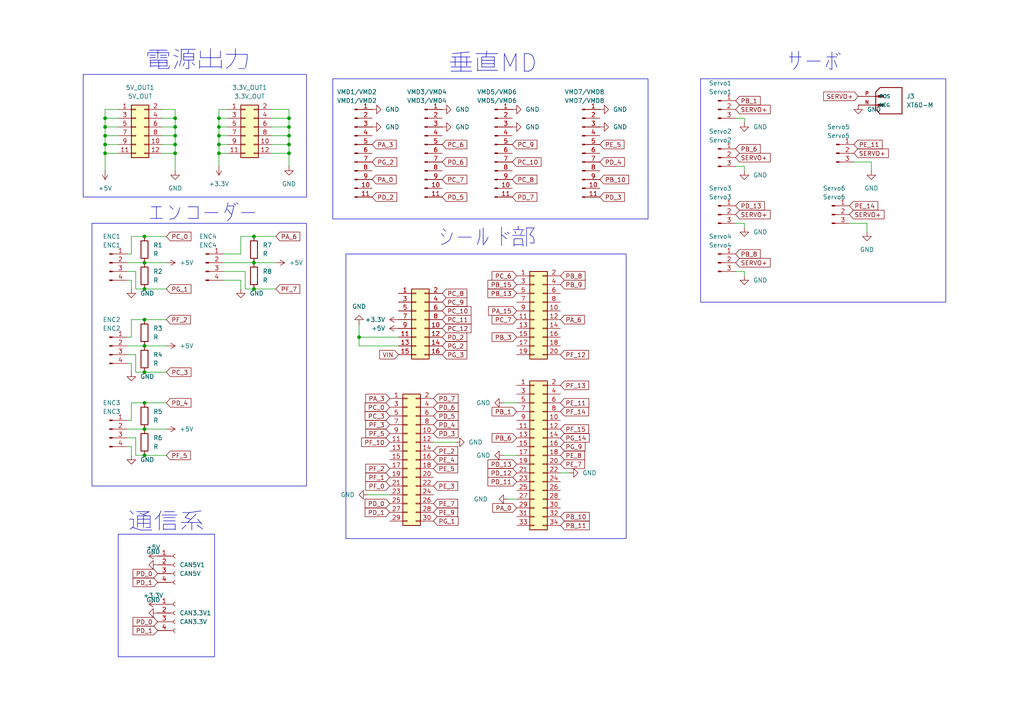
<source format=kicad_sch>
(kicad_sch (version 20250114) (generator "eeschema") (generator_version "9.0")
  (paper "A4")
  (rectangle (start 100.33 73.66) (end 181.61 156.21))
  (rectangle (start 203.2 22.86) (end 274.32 87.63))
  (rectangle (start 26.67 64.77) (end 88.9 140.97))
  (text "サーボ" (at 235.966 18.288 0) (effects (font (size 5.08 5.08))))
  (text "電源出力" (at 57.404 17.78 0) (effects (font (size 5.08 5.08))))
  (text "シールド部\n" (at 141.224 69.342 0) (effects (font (size 5.08 5.08))))
  (text "エンコーダー" (at 58.674 62.23 0) (effects (font (size 5.08 5.08))))
  (text "通信系\n" (at 48.26 151.638 0) (effects (font (size 5.08 5.08))))
  (text "垂直MD" (at 143.002 18.542 0) (effects (font (size 5.08 5.08))))
  (text_box "" (at 24.13 21.59 0) (size 64.77 35.56) (margins 0.9525 0.9525 0.9525 0.9525) (effects (font (size 1.27 1.27)) (justify left top)))
  (text_box "" (at 34.29 154.94 0) (size 27.94 35.56) (margins 0.9525 0.9525 0.9525 0.9525) (effects (font (size 1.27 1.27)) (justify left top)))
  (text_box "" (at 96.52 22.86 0) (size 91.44 40.64) (margins 0.9525 0.9525 0.9525 0.9525) (effects (font (size 1.27 1.27)) (justify left top)))
  (junction (at 63.5 36.83))
  (junction (at 30.48 39.37))
  (junction (at 50.8 41.91))
  (junction (at 30.48 36.83))
  (junction (at 50.8 36.83))
  (junction (at 41.91 100.33))
  (junction (at 41.91 116.84))
  (junction (at 83.82 39.37))
  (junction (at 50.8 44.45))
  (junction (at 63.5 34.29))
  (junction (at 30.48 44.45))
  (junction (at 41.91 124.46))
  (junction (at 63.5 44.45))
  (junction (at 73.66 68.58))
  (junction (at 83.82 36.83))
  (junction (at 30.48 41.91))
  (junction (at 73.66 76.2))
  (junction (at 41.91 83.82))
  (junction (at 83.82 34.29))
  (junction (at 63.5 41.91))
  (junction (at 41.91 107.95))
  (junction (at 104.14 97.79))
  (junction (at 41.91 132.08))
  (junction (at 41.91 76.2))
  (junction (at 63.5 39.37))
  (junction (at 83.82 44.45))
  (junction (at 50.8 34.29))
  (junction (at 73.66 83.82))
  (junction (at 50.8 39.37))
  (junction (at 83.82 41.91))
  (junction (at 30.48 34.29))
  (junction (at 41.91 92.71))
  (junction (at 41.91 68.58))
  (wire (pts (xy 46.99 39.37) (xy 50.8 39.37)))
  (wire (pts (xy 104.14 97.79) (xy 115.57 97.79)))
  (wire (pts (xy 50.8 36.83) (xy 50.8 39.37)))
  (wire (pts (xy 66.04 31.75) (xy 63.5 31.75)))
  (wire (pts (xy 78.74 41.91) (xy 83.82 41.91)))
  (wire (pts (xy 71.12 78.74) (xy 71.12 83.82)))
  (wire (pts (xy 64.77 81.28) (xy 69.85 81.28)))
  (wire (pts (xy 46.99 34.29) (xy 50.8 34.29)))
  (wire (pts (xy 63.5 39.37) (xy 66.04 39.37)))
  (wire (pts (xy 41.91 116.84) (xy 48.26 116.84)))
  (wire (pts (xy 36.83 102.87) (xy 39.37 102.87)))
  (wire (pts (xy 215.9 80.01) (xy 215.9 78.74)))
  (wire (pts (xy 63.5 39.37) (xy 63.5 41.91)))
  (wire (pts (xy 83.82 36.83) (xy 83.82 39.37)))
  (wire (pts (xy 30.48 34.29) (xy 34.29 34.29)))
  (wire (pts (xy 36.83 97.79) (xy 38.1 97.79)))
  (wire (pts (xy 50.8 39.37) (xy 50.8 41.91)))
  (wire (pts (xy 63.5 41.91) (xy 66.04 41.91)))
  (wire (pts (xy 46.99 31.75) (xy 50.8 31.75)))
  (wire (pts (xy 147.32 144.78) (xy 149.86 144.78)))
  (wire (pts (xy 71.12 83.82) (xy 73.66 83.82)))
  (wire (pts (xy 50.8 34.29) (xy 50.8 36.83)))
  (wire (pts (xy 64.77 73.66) (xy 69.85 73.66)))
  (wire (pts (xy 38.1 129.54) (xy 38.1 132.08)))
  (wire (pts (xy 41.91 68.58) (xy 48.26 68.58)))
  (wire (pts (xy 63.5 36.83) (xy 66.04 36.83)))
  (wire (pts (xy 30.48 44.45) (xy 34.29 44.45)))
  (wire (pts (xy 213.36 34.29) (xy 215.9 34.29)))
  (wire (pts (xy 36.83 121.92) (xy 38.1 121.92)))
  (wire (pts (xy 63.5 44.45) (xy 66.04 44.45)))
  (wire (pts (xy 247.65 46.99) (xy 252.73 46.99)))
  (wire (pts (xy 36.83 78.74) (xy 39.37 78.74)))
  (wire (pts (xy 36.83 124.46) (xy 41.91 124.46)))
  (wire (pts (xy 63.5 34.29) (xy 63.5 36.83)))
  (wire (pts (xy 34.29 31.75) (xy 30.48 31.75)))
  (wire (pts (xy 83.82 41.91) (xy 83.82 44.45)))
  (wire (pts (xy 30.48 34.29) (xy 30.48 36.83)))
  (wire (pts (xy 78.74 44.45) (xy 83.82 44.45)))
  (wire (pts (xy 30.48 39.37) (xy 34.29 39.37)))
  (wire (pts (xy 38.1 116.84) (xy 41.91 116.84)))
  (wire (pts (xy 39.37 83.82) (xy 41.91 83.82)))
  (wire (pts (xy 38.1 73.66) (xy 38.1 68.58)))
  (wire (pts (xy 132.08 128.27) (xy 125.73 128.27)))
  (wire (pts (xy 41.91 100.33) (xy 48.26 100.33)))
  (wire (pts (xy 83.82 39.37) (xy 83.82 41.91)))
  (wire (pts (xy 63.5 31.75) (xy 63.5 34.29)))
  (wire (pts (xy 115.57 100.33) (xy 104.14 100.33)))
  (wire (pts (xy 36.83 100.33) (xy 41.91 100.33)))
  (wire (pts (xy 46.99 44.45) (xy 50.8 44.45)))
  (wire (pts (xy 64.77 76.2) (xy 73.66 76.2)))
  (wire (pts (xy 215.9 49.53) (xy 215.9 48.26)))
  (wire (pts (xy 30.48 44.45) (xy 30.48 49.53)))
  (wire (pts (xy 36.83 81.28) (xy 38.1 81.28)))
  (wire (pts (xy 36.83 73.66) (xy 38.1 73.66)))
  (wire (pts (xy 38.1 92.71) (xy 41.91 92.71)))
  (wire (pts (xy 39.37 78.74) (xy 39.37 83.82)))
  (wire (pts (xy 39.37 102.87) (xy 39.37 107.95)))
  (wire (pts (xy 78.74 31.75) (xy 83.82 31.75)))
  (wire (pts (xy 73.66 68.58) (xy 80.01 68.58)))
  (wire (pts (xy 38.1 68.58) (xy 41.91 68.58)))
  (wire (pts (xy 215.9 78.74) (xy 213.36 78.74)))
  (wire (pts (xy 41.91 107.95) (xy 48.26 107.95)))
  (wire (pts (xy 63.5 44.45) (xy 63.5 48.26)))
  (wire (pts (xy 30.48 31.75) (xy 30.48 34.29)))
  (wire (pts (xy 63.5 36.83) (xy 63.5 39.37)))
  (wire (pts (xy 30.48 36.83) (xy 34.29 36.83)))
  (wire (pts (xy 30.48 39.37) (xy 30.48 41.91)))
  (wire (pts (xy 78.74 36.83) (xy 83.82 36.83)))
  (wire (pts (xy 215.9 64.77) (xy 215.9 66.04)))
  (wire (pts (xy 41.91 124.46) (xy 48.26 124.46)))
  (wire (pts (xy 251.46 64.77) (xy 251.46 67.31)))
  (wire (pts (xy 41.91 92.71) (xy 48.26 92.71)))
  (wire (pts (xy 36.83 105.41) (xy 38.1 105.41)))
  (wire (pts (xy 39.37 127) (xy 39.37 132.08)))
  (wire (pts (xy 73.66 83.82) (xy 80.01 83.82)))
  (wire (pts (xy 69.85 68.58) (xy 73.66 68.58)))
  (wire (pts (xy 106.68 143.51) (xy 113.03 143.51)))
  (wire (pts (xy 246.38 64.77) (xy 251.46 64.77)))
  (wire (pts (xy 50.8 44.45) (xy 50.8 49.53)))
  (wire (pts (xy 252.73 46.99) (xy 252.73 49.53)))
  (wire (pts (xy 38.1 97.79) (xy 38.1 92.71)))
  (wire (pts (xy 38.1 105.41) (xy 38.1 107.95)))
  (wire (pts (xy 165.1 137.16) (xy 162.56 137.16)))
  (wire (pts (xy 83.82 34.29) (xy 83.82 36.83)))
  (wire (pts (xy 69.85 81.28) (xy 69.85 83.82)))
  (wire (pts (xy 146.05 132.08) (xy 149.86 132.08)))
  (wire (pts (xy 83.82 31.75) (xy 83.82 34.29)))
  (wire (pts (xy 104.14 97.79) (xy 104.14 100.33)))
  (wire (pts (xy 50.8 41.91) (xy 50.8 44.45)))
  (wire (pts (xy 215.9 48.26) (xy 213.36 48.26)))
  (wire (pts (xy 63.5 41.91) (xy 63.5 44.45)))
  (wire (pts (xy 73.66 76.2) (xy 80.01 76.2)))
  (wire (pts (xy 41.91 83.82) (xy 48.26 83.82)))
  (wire (pts (xy 36.83 129.54) (xy 38.1 129.54)))
  (wire (pts (xy 83.82 44.45) (xy 83.82 48.26)))
  (wire (pts (xy 50.8 31.75) (xy 50.8 34.29)))
  (wire (pts (xy 63.5 34.29) (xy 66.04 34.29)))
  (wire (pts (xy 41.91 76.2) (xy 48.26 76.2)))
  (wire (pts (xy 30.48 41.91) (xy 30.48 44.45)))
  (wire (pts (xy 39.37 107.95) (xy 41.91 107.95)))
  (wire (pts (xy 38.1 121.92) (xy 38.1 116.84)))
  (wire (pts (xy 78.74 39.37) (xy 83.82 39.37)))
  (wire (pts (xy 104.14 93.98) (xy 104.14 97.79)))
  (wire (pts (xy 36.83 76.2) (xy 41.91 76.2)))
  (wire (pts (xy 46.99 41.91) (xy 50.8 41.91)))
  (wire (pts (xy 146.05 116.84) (xy 149.86 116.84)))
  (wire (pts (xy 69.85 73.66) (xy 69.85 68.58)))
  (wire (pts (xy 30.48 36.83) (xy 30.48 39.37)))
  (wire (pts (xy 36.83 127) (xy 39.37 127)))
  (wire (pts (xy 38.1 81.28) (xy 38.1 83.82)))
  (wire (pts (xy 30.48 41.91) (xy 34.29 41.91)))
  (wire (pts (xy 78.74 34.29) (xy 83.82 34.29)))
  (wire (pts (xy 46.99 36.83) (xy 50.8 36.83)))
  (wire (pts (xy 215.9 34.29) (xy 215.9 35.56)))
  (wire (pts (xy 41.91 132.08) (xy 48.26 132.08)))
  (wire (pts (xy 39.37 132.08) (xy 41.91 132.08)))
  (wire (pts (xy 213.36 64.77) (xy 215.9 64.77)))
  (wire (pts (xy 64.77 78.74) (xy 71.12 78.74)))
  (global_label "PD_2" (shape input) (at 128.27 97.79 0) (property "Intersheetrefs" "${INTERSHEET_REFS}" (effects (hide yes))))
  (global_label "PF_5" (shape input) (at 113.03 125.73 180) (property "Intersheetrefs" "${INTERSHEET_REFS}" (effects (hide yes))))
  (global_label "PG_1" (shape input) (at 125.73 151.13 0) (property "Intersheetrefs" "${INTERSHEET_REFS}" (effects (hide yes))))
  (global_label "PF_13" (shape input) (at 162.56 111.76 0) (property "Intersheetrefs" "${INTERSHEET_REFS}" (effects (hide yes))))
  (global_label "PF_0" (shape input) (at 113.03 140.97 180) (property "Intersheetrefs" "${INTERSHEET_REFS}" (effects (hide yes))))
  (global_label "PB_1" (shape input) (at 213.36 29.21 0) (property "Intersheetrefs" "${INTERSHEET_REFS}" (effects (hide yes))))
  (global_label "PC_10" (shape input) (at 128.27 90.17 0) (property "Intersheetrefs" "${INTERSHEET_REFS}" (effects (hide yes))))
  (global_label "PC_9" (shape input) (at 128.27 87.63 0) (property "Intersheetrefs" "${INTERSHEET_REFS}" (effects (hide yes))))
  (global_label "PB_9" (shape input) (at 162.56 82.55 0) (property "Intersheetrefs" "${INTERSHEET_REFS}" (effects (hide yes))))
  (global_label "PE_2" (shape input) (at 125.73 130.81 0) (property "Intersheetrefs" "${INTERSHEET_REFS}" (effects (hide yes))))
  (global_label "PC_3" (shape input) (at 48.26 107.95 0) (property "Intersheetrefs" "${INTERSHEET_REFS}" (effects (hide yes))))
  (global_label "PD_0" (shape input) (at 113.03 146.05 180) (property "Intersheetrefs" "${INTERSHEET_REFS}" (effects (hide yes))))
  (global_label "PC_8" (shape input) (at 148.59 52.07 0) (property "Intersheetrefs" "${INTERSHEET_REFS}" (effects (hide yes))))
  (global_label "PD_7" (shape input) (at 125.73 115.57 0) (property "Intersheetrefs" "${INTERSHEET_REFS}" (effects (hide yes))))
  (global_label "PG_2" (shape input) (at 107.95 46.99 0) (property "Intersheetrefs" "${INTERSHEET_REFS}" (effects (hide yes))))
  (global_label "PE_8" (shape input) (at 162.56 132.08 0) (property "Intersheetrefs" "${INTERSHEET_REFS}" (effects (hide yes))))
  (global_label "PB_3" (shape input) (at 149.86 97.79 180) (property "Intersheetrefs" "${INTERSHEET_REFS}" (effects (hide yes))))
  (global_label "PG_9" (shape input) (at 162.56 129.54 0) (property "Intersheetrefs" "${INTERSHEET_REFS}" (effects (hide yes))))
  (global_label "PC_9" (shape input) (at 148.59 41.91 0) (property "Intersheetrefs" "${INTERSHEET_REFS}" (effects (hide yes))))
  (global_label "PA_6" (shape input) (at 162.56 92.71 0) (property "Intersheetrefs" "${INTERSHEET_REFS}" (effects (hide yes))))
  (global_label "PF_12" (shape input) (at 162.56 102.87 0) (property "Intersheetrefs" "${INTERSHEET_REFS}" (effects (hide yes))))
  (global_label "PG_14" (shape input) (at 162.56 127 0) (property "Intersheetrefs" "${INTERSHEET_REFS}" (effects (hide yes))))
  (global_label "PF_3" (shape input) (at 113.03 123.19 180) (property "Intersheetrefs" "${INTERSHEET_REFS}" (effects (hide yes))))
  (global_label "PF_15" (shape input) (at 162.56 124.46 0) (property "Intersheetrefs" "${INTERSHEET_REFS}" (effects (hide yes))))
  (global_label "PB_10" (shape input) (at 162.56 149.86 0) (property "Intersheetrefs" "${INTERSHEET_REFS}" (effects (hide yes))))
  (global_label "PC_7" (shape input) (at 149.86 92.71 180) (property "Intersheetrefs" "${INTERSHEET_REFS}" (effects (hide yes))))
  (global_label "PD_1" (shape input) (at 113.03 148.59 180) (property "Intersheetrefs" "${INTERSHEET_REFS}" (effects (hide yes))))
  (global_label "PB_8" (shape input) (at 213.36 73.66 0) (property "Intersheetrefs" "${INTERSHEET_REFS}" (effects (hide yes))))
  (global_label "PC_10" (shape input) (at 148.59 46.99 0) (property "Intersheetrefs" "${INTERSHEET_REFS}" (effects (hide yes))))
  (global_label "SERVO+" (shape input) (at 247.65 44.45 0) (property "Intersheetrefs" "${INTERSHEET_REFS}" (effects (hide yes))))
  (global_label "PD_3" (shape input) (at 125.73 125.73 0) (property "Intersheetrefs" "${INTERSHEET_REFS}" (effects (hide yes))))
  (global_label "PF_2" (shape input) (at 113.03 135.89 180) (property "Intersheetrefs" "${INTERSHEET_REFS}" (effects (hide yes))))
  (global_label "PD_5" (shape input) (at 128.27 57.15 0) (property "Intersheetrefs" "${INTERSHEET_REFS}" (effects (hide yes))))
  (global_label "PC_0" (shape input) (at 48.26 68.58 0) (property "Intersheetrefs" "${INTERSHEET_REFS}" (effects (hide yes))))
  (global_label "PD_13" (shape input) (at 213.36 59.69 0) (property "Intersheetrefs" "${INTERSHEET_REFS}" (effects (hide yes))))
  (global_label "PD_5" (shape input) (at 125.73 120.65 0) (property "Intersheetrefs" "${INTERSHEET_REFS}" (effects (hide yes))))
  (global_label "PA_3" (shape input) (at 113.03 115.57 180) (property "Intersheetrefs" "${INTERSHEET_REFS}" (effects (hide yes))))
  (global_label "PC_3" (shape input) (at 113.03 120.65 180) (property "Intersheetrefs" "${INTERSHEET_REFS}" (effects (hide yes))))
  (global_label "PD_4" (shape input) (at 48.26 116.84 0) (property "Intersheetrefs" "${INTERSHEET_REFS}" (effects (hide yes))))
  (global_label "PF_1" (shape input) (at 113.03 138.43 180) (property "Intersheetrefs" "${INTERSHEET_REFS}" (effects (hide yes))))
  (global_label "PD_0" (shape input) (at 45.72 166.37 180) (property "Intersheetrefs" "${INTERSHEET_REFS}" (effects (hide yes))))
  (global_label "SERVO+" (shape input) (at 213.36 31.75 0) (property "Intersheetrefs" "${INTERSHEET_REFS}" (effects (hide yes))))
  (global_label "PA_15" (shape input) (at 149.86 90.17 180) (property "Intersheetrefs" "${INTERSHEET_REFS}" (effects (hide yes))))
  (global_label "PG_1" (shape input) (at 48.26 83.82 0) (property "Intersheetrefs" "${INTERSHEET_REFS}" (effects (hide yes))))
  (global_label "PB_13" (shape input) (at 149.86 85.09 180) (property "Intersheetrefs" "${INTERSHEET_REFS}" (effects (hide yes))))
  (global_label "PB_11" (shape input) (at 162.56 152.4 0) (property "Intersheetrefs" "${INTERSHEET_REFS}" (effects (hide yes))))
  (global_label "PF_10" (shape input) (at 113.03 128.27 180) (property "Intersheetrefs" "${INTERSHEET_REFS}" (effects (hide yes))))
  (global_label "PB_6" (shape input) (at 213.36 43.18 0) (property "Intersheetrefs" "${INTERSHEET_REFS}" (effects (hide yes))))
  (global_label "PA_0" (shape input) (at 107.95 52.07 0) (property "Intersheetrefs" "${INTERSHEET_REFS}" (effects (hide yes))))
  (global_label "PD_13" (shape input) (at 149.86 134.62 180) (property "Intersheetrefs" "${INTERSHEET_REFS}" (effects (hide yes))))
  (global_label "PE_5" (shape input) (at 125.73 135.89 0) (property "Intersheetrefs" "${INTERSHEET_REFS}" (effects (hide yes))))
  (global_label "PG_2" (shape input) (at 128.27 100.33 0) (property "Intersheetrefs" "${INTERSHEET_REFS}" (effects (hide yes))))
  (global_label "PC_6" (shape input) (at 128.27 41.91 0) (property "Intersheetrefs" "${INTERSHEET_REFS}" (effects (hide yes))))
  (global_label "PD_12" (shape input) (at 149.86 137.16 180) (property "Intersheetrefs" "${INTERSHEET_REFS}" (effects (hide yes))))
  (global_label "PC_8" (shape input) (at 128.27 85.09 0) (property "Intersheetrefs" "${INTERSHEET_REFS}" (effects (hide yes))))
  (global_label "PD_6" (shape input) (at 125.73 118.11 0) (property "Intersheetrefs" "${INTERSHEET_REFS}" (effects (hide yes))))
  (global_label "PE_9" (shape input) (at 125.73 148.59 0) (property "Intersheetrefs" "${INTERSHEET_REFS}" (effects (hide yes))))
  (global_label "PC_6" (shape input) (at 149.86 80.01 180) (property "Intersheetrefs" "${INTERSHEET_REFS}" (effects (hide yes))))
  (global_label "PC_0" (shape input) (at 113.03 118.11 180) (property "Intersheetrefs" "${INTERSHEET_REFS}" (effects (hide yes))))
  (global_label "PE_11" (shape input) (at 162.56 116.84 0) (property "Intersheetrefs" "${INTERSHEET_REFS}" (effects (hide yes))))
  (global_label "PD_11" (shape input) (at 149.86 139.7 180) (property "Intersheetrefs" "${INTERSHEET_REFS}" (effects (hide yes))))
  (global_label "PC_11" (shape input) (at 128.27 92.71 0) (property "Intersheetrefs" "${INTERSHEET_REFS}" (effects (hide yes))))
  (global_label "PB_8" (shape input) (at 162.56 80.01 0) (property "Intersheetrefs" "${INTERSHEET_REFS}" (effects (hide yes))))
  (global_label "PF_7" (shape input) (at 80.01 83.82 0) (property "Intersheetrefs" "${INTERSHEET_REFS}" (effects (hide yes))))
  (global_label "PD_7" (shape input) (at 148.59 57.15 0) (property "Intersheetrefs" "${INTERSHEET_REFS}" (effects (hide yes))))
  (global_label "PB_1" (shape input) (at 149.86 119.38 180) (property "Intersheetrefs" "${INTERSHEET_REFS}" (effects (hide yes))))
  (global_label "SERVO+" (shape input) (at 213.36 62.23 0) (property "Intersheetrefs" "${INTERSHEET_REFS}" (effects (hide yes))))
  (global_label "PD_0" (shape input) (at 45.72 180.34 180) (property "Intersheetrefs" "${INTERSHEET_REFS}" (effects (hide yes))))
  (global_label "PD_2" (shape input) (at 107.95 57.15 0) (property "Intersheetrefs" "${INTERSHEET_REFS}" (effects (hide yes))))
  (global_label "SERVO+" (shape input) (at 213.36 76.2 0) (property "Intersheetrefs" "${INTERSHEET_REFS}" (effects (hide yes))))
  (global_label "PE_5" (shape input) (at 173.99 41.91 0) (property "Intersheetrefs" "${INTERSHEET_REFS}" (effects (hide yes))))
  (global_label "SERVO+" (shape input) (at 213.36 45.72 0) (property "Intersheetrefs" "${INTERSHEET_REFS}" (effects (hide yes))))
  (global_label "PC_7" (shape input) (at 128.27 52.07 0) (property "Intersheetrefs" "${INTERSHEET_REFS}" (effects (hide yes))))
  (global_label "VIN" (shape input) (at 115.57 102.87 180) (property "Intersheetrefs" "${INTERSHEET_REFS}" (effects (hide yes))))
  (global_label "PB_10" (shape input) (at 173.99 52.07 0) (property "Intersheetrefs" "${INTERSHEET_REFS}" (effects (hide yes))))
  (global_label "PD_6" (shape input) (at 128.27 46.99 0) (property "Intersheetrefs" "${INTERSHEET_REFS}" (effects (hide yes))))
  (global_label "PD_1" (shape input) (at 45.72 168.91 180) (property "Intersheetrefs" "${INTERSHEET_REFS}" (effects (hide yes))))
  (global_label "PE_7" (shape input) (at 125.73 146.05 0) (property "Intersheetrefs" "${INTERSHEET_REFS}" (effects (hide yes))))
  (global_label "PA_3" (shape input) (at 107.95 41.91 0) (property "Intersheetrefs" "${INTERSHEET_REFS}" (effects (hide yes))))
  (global_label "PB_6" (shape input) (at 149.86 127 180) (property "Intersheetrefs" "${INTERSHEET_REFS}" (effects (hide yes))))
  (global_label "PE_7" (shape input) (at 162.56 134.62 0) (property "Intersheetrefs" "${INTERSHEET_REFS}" (effects (hide yes))))
  (global_label "PC_12" (shape input) (at 128.27 95.25 0) (property "Intersheetrefs" "${INTERSHEET_REFS}" (effects (hide yes))))
  (global_label "PE_4" (shape input) (at 125.73 133.35 0) (property "Intersheetrefs" "${INTERSHEET_REFS}" (effects (hide yes))))
  (global_label "PF_2" (shape input) (at 48.26 92.71 0) (property "Intersheetrefs" "${INTERSHEET_REFS}" (effects (hide yes))))
  (global_label "SERVO+" (shape input) (at 246.38 62.23 0) (property "Intersheetrefs" "${INTERSHEET_REFS}" (effects (hide yes))))
  (global_label "PD_3" (shape input) (at 173.99 57.15 0) (property "Intersheetrefs" "${INTERSHEET_REFS}" (effects (hide yes))))
  (global_label "PF_5" (shape input) (at 48.26 132.08 0) (property "Intersheetrefs" "${INTERSHEET_REFS}" (effects (hide yes))))
  (global_label "PE_14" (shape input) (at 246.38 59.69 0) (property "Intersheetrefs" "${INTERSHEET_REFS}" (effects (hide yes))))
  (global_label "PG_3" (shape input) (at 128.27 102.87 0) (property "Intersheetrefs" "${INTERSHEET_REFS}" (effects (hide yes))))
  (global_label "PD_4" (shape input) (at 125.73 123.19 0) (property "Intersheetrefs" "${INTERSHEET_REFS}" (effects (hide yes))))
  (global_label "SERVO+" (shape input) (at 248.92 27.94 180) (property "Intersheetrefs" "${INTERSHEET_REFS}" (effects (hide yes))))
  (global_label "PE_11" (shape input) (at 247.65 41.91 0) (property "Intersheetrefs" "${INTERSHEET_REFS}" (effects (hide yes))))
  (global_label "PB_15" (shape input) (at 149.86 82.55 180) (property "Intersheetrefs" "${INTERSHEET_REFS}" (effects (hide yes))))
  (global_label "PD_1" (shape input) (at 45.72 182.88 180) (property "Intersheetrefs" "${INTERSHEET_REFS}" (effects (hide yes))))
  (global_label "PE_3" (shape input) (at 125.73 140.97 0) (property "Intersheetrefs" "${INTERSHEET_REFS}" (effects (hide yes))))
  (global_label "PA_0" (shape input) (at 149.86 147.32 180) (property "Intersheetrefs" "${INTERSHEET_REFS}" (effects (hide yes))))
  (global_label "PD_4" (shape input) (at 173.99 46.99 0) (property "Intersheetrefs" "${INTERSHEET_REFS}" (effects (hide yes))))
  (global_label "PA_6" (shape input) (at 80.01 68.58 0) (property "Intersheetrefs" "${INTERSHEET_REFS}" (effects (hide yes))))
  (global_label "PF_14" (shape input) (at 162.56 119.38 0) (property "Intersheetrefs" "${INTERSHEET_REFS}" (effects (hide yes))))
  (symbol (lib_id "Connector:Conn_01x11_Pin") (at 143.51 44.45 0) (unit 1)
    (property "Reference" "VMD5/VMD6" (at 144.145 26.67 0))
    (property "Value" "VMD5/VMD6" (at 144.145 29.21 0))
    (property "Footprint" "Connector_PinHeader_2.54mm:PinHeader_1x11_P2.54mm_Vertical" (effects (hide yes)))
    (property "Description" "Generic connector, single row, 01x11, script generated" (effects (hide yes)))
  )
  (symbol (lib_name "GND_4") (lib_id "power:GND") (at 147.32 144.78 270) (unit 1)
    (property "Reference" "#PWR08" (effects (hide yes)))
    (property "Value" "GND" (at 141.478 144.78 90) (effects (justify right)))
    (property "Description" "Power symbol creates a global label with name \"GND\" , ground" (effects (hide yes)))
  )
  (symbol (lib_id "Connector_Generic:Conn_02x17_Odd_Even") (at 154.94 132.08 0) (unit 1)
    (property "Reference" "J7" (effects (hide yes)))
    (property "Value" "Conn_02x17_Odd_Even" (effects (hide yes)))
    (property "Footprint" "Connector_PinHeader_2.54mm:PinHeader_2x17_P2.54mm_Vertical" (effects (hide yes)))
    (property "Description" "Generic connector, double row, 02x17, odd/even pin numbering scheme (row 1 odd numbers, row 2 even numbers), script generated (kicad-library-utils/schlib/autogen/connector/)" (effects (hide yes)))
  )
  (symbol (lib_name "GND_2") (lib_id "power:GND") (at 148.59 36.83 90) (unit 1)
    (property "Reference" "#PWR067" (effects (hide yes)))
    (property "Value" "GND" (at 152.4 36.8299 90) (effects (justify right)))
    (property "Description" "Power symbol creates a global label with name \"GND\" , ground" (effects (hide yes)))
  )
  (symbol (lib_id "power:+3.3V") (at 115.57 92.71 90) (unit 1)
    (property "Reference" "#PWR01" (effects (hide yes)))
    (property "Value" "+3.3V" (at 111.76 92.7099 90) (effects (justify left)))
    (property "Description" "Power symbol creates a global label with name \"+3.3V\"" (effects (hide yes)))
  )
  (symbol (lib_name "+5V_1") (lib_id "power:+5V") (at 115.57 95.25 90) (unit 1)
    (property "Reference" "#PWR02" (effects (hide yes)))
    (property "Value" "+5V" (at 111.76 95.2499 90) (effects (justify left)))
    (property "Description" "Power symbol creates a global label with name \"+5V\"" (effects (hide yes)))
  )
  (symbol (lib_name "GND_1") (lib_id "power:GND") (at 45.72 177.8 270) (unit 1)
    (property "Reference" "#PWR058" (effects (hide yes)))
    (property "Value" "GND" (at 44.45 173.99 90))
    (property "Description" "Power symbol creates a global label with name \"GND\" , ground" (effects (hide yes)))
  )
  (symbol (lib_name "GND_10") (lib_id "power:GND") (at 251.46 67.31 0) (unit 1)
    (property "Reference" "#PWR016" (effects (hide yes)))
    (property "Value" "GND" (at 251.46 72.39 0))
    (property "Description" "Power symbol creates a global label with name \"GND\" , ground" (effects (hide yes)))
  )
  (symbol (lib_id "power:+5V") (at 48.26 76.2 270) (unit 1)
    (property "Reference" "#PWR023" (effects (hide yes)))
    (property "Value" "+5V" (at 52.07 76.1999 90) (effects (justify left)))
  )
  (symbol (lib_id "Connector_Generic:Conn_02x08_Odd_Even") (at 120.65 92.71 0) (unit 1)
    (property "Reference" "J4" (effects (hide yes)))
    (property "Value" "Conn_02x08_Odd_Even" (effects (hide yes)))
    (property "Footprint" "Connector_PinHeader_2.54mm:PinHeader_2x08_P2.54mm_Vertical" (effects (hide yes)))
    (property "Description" "Generic connector, double row, 02x08, odd/even pin numbering scheme (row 1 odd numbers, row 2 even numbers), script generated (kicad-library-utils/schlib/autogen/connector/)" (effects (hide yes)))
  )
  (symbol (lib_id "XT60-M:XT60-M") (at 254 30.48 0) (unit 1)
    (property "Reference" "J3" (at 262.89 27.9399 0) (effects (justify left)))
    (property "Value" "XT60-M" (at 262.89 30.4799 0) (effects (justify left)))
    (property "Footprint" "Connector_AMASS:AMASS_XT60-M_1x02_P7.20mm_Vertical" (effects (hide yes)))
    (property "MF" "AMASS" (effects (hide yes)))
    (property "MAXIMUM_PACKAGE_HEIGHT" "16.00 mm" (effects (hide yes)))
    (property "Package" "Package" (effects (hide yes)))
    (property "Price" "None" (effects (hide yes)))
    (property "Check_prices" "https://www.snapeda.com/parts/XT60-M/AMASS/view-part/?ref=eda" (effects (hide yes)))
    (property "STANDARD" "IPC 7351B" (effects (hide yes)))
    (property "PARTREV" "V1.2" (effects (hide yes)))
    (property "SnapEDA_Link" "https://www.snapeda.com/parts/XT60-M/AMASS/view-part/?ref=snap" (effects (hide yes)))
    (property "MP" "XT60-M" (effects (hide yes)))
    (property "Description_1" "\n                        \n                            Plug; DC supply; XT60; male; PIN: 2; for cable; soldered; 30A; 500V\n                        \n" (effects (hide yes)))
    (property "Availability" "Not in stock" (effects (hide yes)))
    (property "MANUFACTURER" "AMASS" (effects (hide yes)))
  )
  (symbol (lib_id "power:+3.3V") (at 45.72 175.26 90) (unit 1)
    (property "Reference" "#PWR038" (effects (hide yes)))
    (property "Value" "+3.3V" (at 44.45 172.72 90))
    (property "Description" "Power symbol creates a global label with name \"+3.3V\"" (effects (hide yes)))
  )
  (symbol (lib_name "GND_2") (lib_id "power:GND") (at 173.99 36.83 90) (unit 1)
    (property "Reference" "#PWR018" (effects (hide yes)))
    (property "Value" "GND" (at 177.8 36.8299 90) (effects (justify right)))
    (property "Description" "Power symbol creates a global label with name \"GND\" , ground" (effects (hide yes)))
  )
  (symbol (lib_id "Connector:Conn_01x03_Pin") (at 208.28 45.72 0) (unit 1)
    (property "Reference" "Servo2" (at 208.915 38.1 0))
    (property "Value" "Servo2" (at 208.915 40.64 0))
    (property "Footprint" "Connector_PinHeader_2.54mm:PinHeader_1x03_P2.54mm_Vertical" (effects (hide yes)))
  )
  (symbol (lib_id "Connector:Conn_01x04_Pin") (at 59.69 76.2 0) (unit 1)
    (property "Reference" "ENC4" (at 60.325 68.58 0))
    (property "Value" "ENC4" (at 60.325 71.12 0))
    (property "Footprint" "Connector_PinHeader_2.54mm:PinHeader_1x04_P2.54mm_Vertical" (effects (hide yes)))
  )
  (symbol (lib_id "Connector:Conn_01x11_Pin") (at 123.19 44.45 0) (unit 1)
    (property "Reference" "VMD3/VMD4" (at 123.825 26.67 0))
    (property "Value" "VMD3/VMD4" (at 123.825 29.21 0))
    (property "Footprint" "Connector_PinHeader_2.54mm:PinHeader_1x11_P2.54mm_Vertical" (effects (hide yes)))
    (property "Description" "Generic connector, single row, 01x11, script generated" (effects (hide yes)))
  )
  (symbol (lib_name "GND_8") (lib_id "power:GND") (at 132.08 128.27 90) (unit 1)
    (property "Reference" "#PWR012" (effects (hide yes)))
    (property "Value" "GND" (at 135.89 128.2699 90) (effects (justify right)))
    (property "Description" "Power symbol creates a global label with name \"GND\" , ground" (effects (hide yes)))
  )
  (symbol (lib_id "power:GND") (at 215.9 35.56 0) (unit 1)
    (property "Reference" "#PWR035" (effects (hide yes)))
    (property "Value" "GND" (at 218.44 36.8299 0) (effects (justify left)))
  )
  (symbol (lib_id "Device:R") (at 41.91 80.01 0) (unit 1)
    (property "Reference" "R2" (at 44.45 78.7399 0) (effects (justify left)))
    (property "Value" "R" (at 44.45 81.2799 0) (effects (justify left)))
    (property "Footprint" "Resistor_THT:R_Axial_DIN0207_L6.3mm_D2.5mm_P10.16mm_Horizontal" (effects (hide yes)))
  )
  (symbol (lib_id "power:GND") (at 69.85 83.82 0) (unit 1)
    (property "Reference" "#PWR029" (effects (hide yes)))
    (property "Value" "GND" (at 72.39 85.0899 0) (effects (justify left)))
  )
  (symbol (lib_id "Device:R") (at 41.91 72.39 0) (unit 1)
    (property "Reference" "R1" (at 44.45 71.1199 0) (effects (justify left)))
    (property "Value" "R" (at 44.45 73.6599 0) (effects (justify left)))
    (property "Footprint" "Resistor_THT:R_Axial_DIN0207_L6.3mm_D2.5mm_P10.16mm_Horizontal" (effects (hide yes)))
  )
  (symbol (lib_id "power:GND") (at 38.1 83.82 0) (unit 1)
    (property "Reference" "#PWR024" (effects (hide yes)))
    (property "Value" "GND" (at 40.64 85.0899 0) (effects (justify left)))
  )
  (symbol (lib_id "Device:R") (at 41.91 96.52 0) (unit 1)
    (property "Reference" "R3" (at 44.45 95.2499 0) (effects (justify left)))
    (property "Value" "R" (at 44.45 97.7899 0) (effects (justify left)))
    (property "Footprint" "Resistor_THT:R_Axial_DIN0207_L6.3mm_D2.5mm_P10.16mm_Horizontal" (effects (hide yes)))
  )
  (symbol (lib_id "Device:R") (at 41.91 120.65 0) (unit 1)
    (property "Reference" "R5" (at 44.45 119.3799 0) (effects (justify left)))
    (property "Value" "R" (at 44.45 121.9199 0) (effects (justify left)))
    (property "Footprint" "Resistor_THT:R_Axial_DIN0207_L6.3mm_D2.5mm_P10.16mm_Horizontal" (effects (hide yes)))
  )
  (symbol (lib_name "GND_2") (lib_id "power:GND") (at 173.99 31.75 90) (unit 1)
    (property "Reference" "#PWR017" (effects (hide yes)))
    (property "Value" "GND" (at 177.8 31.7499 90) (effects (justify right)))
    (property "Description" "Power symbol creates a global label with name \"GND\" , ground" (effects (hide yes)))
  )
  (symbol (lib_id "Connector:Conn_01x03_Pin") (at 241.3 62.23 0) (unit 1)
    (property "Reference" "Servo6" (at 241.935 54.61 0))
    (property "Value" "Servo6" (at 241.935 57.15 0))
    (property "Footprint" "Connector_PinHeader_2.54mm:PinHeader_1x03_P2.54mm_Vertical" (effects (hide yes)))
    (property "Description" "Generic connector, single row, 01x03, script generated" (effects (hide yes)))
  )
  (symbol (lib_id "Connector:Conn_01x11_Pin") (at 168.91 44.45 0) (unit 1)
    (property "Reference" "VMD7/VMD8" (at 169.545 26.67 0))
    (property "Value" "VMD7/VMD8" (at 169.545 29.21 0))
    (property "Footprint" "Connector_PinHeader_2.54mm:PinHeader_1x11_P2.54mm_Vertical" (effects (hide yes)))
    (property "Description" "Generic connector, single row, 01x11, script generated" (effects (hide yes)))
  )
  (symbol (lib_id "Connector:Conn_01x04_Pin") (at 31.75 124.46 0) (unit 1)
    (property "Reference" "ENC3" (at 32.385 116.84 0))
    (property "Value" "ENC3" (at 32.385 119.38 0))
    (property "Footprint" "Connector_PinHeader_2.54mm:PinHeader_1x04_P2.54mm_Vertical" (effects (hide yes)))
  )
  (symbol (lib_id "power:+5V") (at 48.26 100.33 270) (unit 1)
    (property "Reference" "#PWR026" (effects (hide yes)))
    (property "Value" "+5V" (at 52.07 100.3299 90) (effects (justify left)))
  )
  (symbol (lib_name "GND_2") (lib_id "power:GND") (at 107.95 36.83 90) (unit 1)
    (property "Reference" "#PWR062" (effects (hide yes)))
    (property "Value" "GND" (at 111.76 36.8299 90) (effects (justify right)))
    (property "Description" "Power symbol creates a global label with name \"GND\" , ground" (effects (hide yes)))
  )
  (symbol (lib_id "power:+5V") (at 48.26 124.46 270) (unit 1)
    (property "Reference" "#PWR028" (effects (hide yes)))
    (property "Value" "+5V" (at 52.07 124.4599 90) (effects (justify left)))
  )
  (symbol (lib_id "power:+5V") (at 80.01 76.2 270) (unit 1)
    (property "Reference" "#PWR030" (effects (hide yes)))
    (property "Value" "+5V" (at 83.82 76.1999 90) (effects (justify left)))
  )
  (symbol (lib_id "power:GND") (at 215.9 66.04 0) (unit 1)
    (property "Reference" "#PWR071" (effects (hide yes)))
    (property "Value" "GND" (at 218.44 67.3099 0) (effects (justify left)))
  )
  (symbol (lib_name "GND_7") (lib_id "power:GND") (at 106.68 143.51 270) (unit 1)
    (property "Reference" "#PWR011" (effects (hide yes)))
    (property "Value" "GND" (at 102.87 143.5099 90) (effects (justify right)))
    (property "Description" "Power symbol creates a global label with name \"GND\" , ground" (effects (hide yes)))
  )
  (symbol (lib_id "power:GND") (at 38.1 107.95 0) (unit 1)
    (property "Reference" "#PWR025" (effects (hide yes)))
    (property "Value" "GND" (at 40.64 109.2199 0) (effects (justify left)))
  )
  (symbol (lib_id "Connector:Conn_01x03_Pin") (at 242.57 44.45 0) (unit 1)
    (property "Reference" "Servo5" (at 243.205 36.83 0))
    (property "Value" "Servo5" (at 243.205 39.37 0))
    (property "Footprint" "Connector_PinHeader_2.54mm:PinHeader_1x03_P2.54mm_Vertical" (effects (hide yes)))
    (property "Description" "Generic connector, single row, 01x03, script generated" (effects (hide yes)))
  )
  (symbol (lib_id "Device:R") (at 73.66 80.01 0) (unit 1)
    (property "Reference" "R8" (at 76.2 78.7399 0) (effects (justify left)))
    (property "Value" "R" (at 76.2 81.2799 0) (effects (justify left)))
    (property "Footprint" "Resistor_THT:R_Axial_DIN0207_L6.3mm_D2.5mm_P10.16mm_Horizontal" (effects (hide yes)))
  )
  (symbol (lib_id "Connector:Conn_01x04_Pin") (at 31.75 76.2 0) (unit 1)
    (property "Reference" "ENC1" (at 32.385 68.58 0))
    (property "Value" "ENC1" (at 32.385 71.12 0))
    (property "Footprint" "Connector_PinHeader_2.54mm:PinHeader_1x04_P2.54mm_Vertical" (effects (hide yes)))
  )
  (symbol (lib_name "GND_2") (lib_id "power:GND") (at 128.27 31.75 90) (unit 1)
    (property "Reference" "#PWR065" (effects (hide yes)))
    (property "Value" "GND" (at 132.08 31.7499 90) (effects (justify right)))
    (property "Description" "Power symbol creates a global label with name \"GND\" , ground" (effects (hide yes)))
  )
  (symbol (lib_name "GND_3") (lib_id "power:GND") (at 146.05 132.08 270) (unit 1)
    (property "Reference" "#PWR07" (effects (hide yes)))
    (property "Value" "GND" (at 142.24 132.0799 90) (effects (justify right)))
    (property "Description" "Power symbol creates a global label with name \"GND\" , ground" (effects (hide yes)))
  )
  (symbol (lib_id "Connector_Generic:Conn_02x06_Odd_Even") (at 71.12 36.83 0) (unit 1)
    (property "Reference" "3.3V_OUT1" (at 72.39 25.4 0))
    (property "Value" "3.3V_OUT" (at 72.39 27.94 0))
    (property "Footprint" "Connector_PinSocket_2.54mm:PinSocket_2x06_P2.54mm_Vertical" (effects (hide yes)))
    (property "Description" "Generic connector, double row, 02x06, odd/even pin numbering scheme (row 1 odd numbers, row 2 even numbers), script generated (kicad-library-utils/schlib/autogen/connector/)" (effects (hide yes)))
  )
  (symbol (lib_id "Connector_Generic:Conn_02x10_Odd_Even") (at 154.94 90.17 0) (unit 1)
    (property "Reference" "J6" (effects (hide yes)))
    (property "Value" "Conn_02x10_Odd_Even" (effects (hide yes)))
    (property "Footprint" "Connector_PinHeader_2.54mm:PinHeader_2x10_P2.54mm_Vertical" (effects (hide yes)))
    (property "Description" "Generic connector, double row, 02x10, odd/even pin numbering scheme (row 1 odd numbers, row 2 even numbers), script generated (kicad-library-utils/schlib/autogen/connector/)" (effects (hide yes)))
  )
  (symbol (lib_id "Device:R") (at 73.66 72.39 0) (unit 1)
    (property "Reference" "R7" (at 76.2 71.1199 0) (effects (justify left)))
    (property "Value" "R" (at 76.2 73.6599 0) (effects (justify left)))
    (property "Footprint" "Resistor_THT:R_Axial_DIN0207_L6.3mm_D2.5mm_P10.16mm_Horizontal" (effects (hide yes)))
  )
  (symbol (lib_id "power:GND") (at 38.1 132.08 0) (unit 1)
    (property "Reference" "#PWR027" (effects (hide yes)))
    (property "Value" "GND" (at 40.64 133.3499 0) (effects (justify left)))
  )
  (symbol (lib_name "GND_1") (lib_id "power:GND") (at 104.14 93.98 180) (unit 1)
    (property "Reference" "#PWR05" (effects (hide yes)))
    (property "Value" "GND" (at 104.14 88.9 0))
    (property "Description" "Power symbol creates a global label with name \"GND\" , ground" (effects (hide yes)))
  )
  (symbol (lib_name "GND_2") (lib_id "power:GND") (at 107.95 31.75 90) (unit 1)
    (property "Reference" "#PWR061" (effects (hide yes)))
    (property "Value" "GND" (at 111.76 31.7499 90) (effects (justify right)))
    (property "Description" "Power symbol creates a global label with name \"GND\" , ground" (effects (hide yes)))
  )
  (symbol (lib_id "power:+3.3V") (at 63.5 48.26 180) (unit 1)
    (property "Reference" "#PWR09" (effects (hide yes)))
    (property "Value" "+3.3V" (at 63.5 53.34 0))
    (property "Description" "Power symbol creates a global label with name \"+3.3V\"" (effects (hide yes)))
  )
  (symbol (lib_name "GND_5") (lib_id "power:GND") (at 50.8 49.53 0) (unit 1)
    (property "Reference" "#PWR04" (effects (hide yes)))
    (property "Value" "GND" (at 50.8 54.61 0))
    (property "Description" "Power symbol creates a global label with name \"GND\" , ground" (effects (hide yes)))
  )
  (symbol (lib_id "Connector:Conn_01x03_Pin") (at 208.28 76.2 0) (unit 1)
    (property "Reference" "Servo4" (at 208.915 68.58 0))
    (property "Value" "Servo4" (at 208.915 71.12 0))
    (property "Footprint" "Connector_PinHeader_2.54mm:PinHeader_1x03_P2.54mm_Vertical" (effects (hide yes)))
  )
  (symbol (lib_id "Device:R") (at 41.91 128.27 0) (unit 1)
    (property "Reference" "R6" (at 44.45 126.9999 0) (effects (justify left)))
    (property "Value" "R" (at 44.45 129.5399 0) (effects (justify left)))
    (property "Footprint" "Resistor_THT:R_Axial_DIN0207_L6.3mm_D2.5mm_P10.16mm_Horizontal" (effects (hide yes)))
  )
  (symbol (lib_name "GND_10") (lib_id "power:GND") (at 252.73 49.53 0) (unit 1)
    (property "Reference" "#PWR015" (effects (hide yes)))
    (property "Value" "GND" (at 252.73 54.61 0))
    (property "Description" "Power symbol creates a global label with name \"GND\" , ground" (effects (hide yes)))
  )
  (symbol (lib_id "Connector:Conn_01x11_Pin") (at 102.87 44.45 0) (unit 1)
    (property "Reference" "VMD1/VMD2" (at 103.505 26.67 0))
    (property "Value" "VMD1/VMD2" (at 103.505 29.21 0))
    (property "Footprint" "Connector_PinHeader_2.54mm:PinHeader_1x11_P2.54mm_Vertical" (effects (hide yes)))
    (property "Description" "Generic connector, single row, 01x11, script generated" (effects (hide yes)))
  )
  (symbol (lib_name "+5V_1") (lib_id "power:+5V") (at 45.72 161.29 90) (unit 1)
    (property "Reference" "#PWR056" (effects (hide yes)))
    (property "Value" "+5V" (at 44.45 158.75 90))
    (property "Description" "Power symbol creates a global label with name \"+5V\"" (effects (hide yes)))
  )
  (symbol (lib_id "Connector:Conn_01x04_Socket") (at 50.8 177.8 0) (unit 1)
    (property "Reference" "CAN3.3V1" (at 52.07 177.7999 0) (effects (justify left)))
    (property "Value" "CAN3.3V" (at 52.07 180.3399 0) (effects (justify left)))
    (property "Footprint" "Connector_PinSocket_2.54mm:PinSocket_1x04_P2.54mm_Vertical" (effects (hide yes)))
    (property "Description" "Generic connector, single row, 01x04, script generated" (effects (hide yes)))
  )
  (symbol (lib_id "Device:R") (at 41.91 104.14 0) (unit 1)
    (property "Reference" "R4" (at 44.45 102.8699 0) (effects (justify left)))
    (property "Value" "R" (at 44.45 105.4099 0) (effects (justify left)))
    (property "Footprint" "Resistor_THT:R_Axial_DIN0207_L6.3mm_D2.5mm_P10.16mm_Horizontal" (effects (hide yes)))
  )
  (symbol (lib_id "power:GND") (at 215.9 80.01 0) (unit 1)
    (property "Reference" "#PWR072" (effects (hide yes)))
    (property "Value" "GND" (at 218.44 81.2799 0) (effects (justify left)))
  )
  (symbol (lib_name "GND_2") (lib_id "power:GND") (at 128.27 36.83 90) (unit 1)
    (property "Reference" "#PWR066" (effects (hide yes)))
    (property "Value" "GND" (at 132.08 36.8299 90) (effects (justify right)))
    (property "Description" "Power symbol creates a global label with name \"GND\" , ground" (effects (hide yes)))
  )
  (symbol (lib_id "Connector:Conn_01x03_Pin") (at 208.28 62.23 0) (unit 1)
    (property "Reference" "Servo3" (at 208.915 54.61 0))
    (property "Value" "Servo3" (at 208.915 57.15 0))
    (property "Footprint" "Connector_PinHeader_2.54mm:PinHeader_1x03_P2.54mm_Vertical" (effects (hide yes)))
  )
  (symbol (lib_id "power:GND") (at 248.92 30.48 0) (unit 1)
    (property "Reference" "#PWR014" (effects (hide yes)))
    (property "Value" "GND" (at 251.46 31.7499 0) (effects (justify left)))
  )
  (symbol (lib_id "Connector:Conn_01x04_Pin") (at 31.75 100.33 0) (unit 1)
    (property "Reference" "ENC2" (at 32.385 92.71 0))
    (property "Value" "ENC2" (at 32.385 95.25 0))
    (property "Footprint" "Connector_PinHeader_2.54mm:PinHeader_1x04_P2.54mm_Vertical" (effects (hide yes)))
  )
  (symbol (lib_name "+5V_2") (lib_id "power:+5V") (at 30.48 49.53 180) (unit 1)
    (property "Reference" "#PWR03" (effects (hide yes)))
    (property "Value" "+5V" (at 30.48 54.61 0))
    (property "Description" "Power symbol creates a global label with name \"+5V\"" (effects (hide yes)))
  )
  (symbol (lib_name "GND_1") (lib_id "power:GND") (at 45.72 163.83 270) (unit 1)
    (property "Reference" "#PWR057" (effects (hide yes)))
    (property "Value" "GND" (at 44.45 160.02 90))
    (property "Description" "Power symbol creates a global label with name \"GND\" , ground" (effects (hide yes)))
  )
  (symbol (lib_name "GND_9") (lib_id "power:GND") (at 83.82 48.26 0) (unit 1)
    (property "Reference" "#PWR013" (effects (hide yes)))
    (property "Value" "GND" (at 83.82 53.34 0))
    (property "Description" "Power symbol creates a global label with name \"GND\" , ground" (effects (hide yes)))
  )
  (symbol (lib_id "Connector_Generic:Conn_02x15_Odd_Even") (at 118.11 133.35 0) (unit 1)
    (property "Reference" "J8" (effects (hide yes)))
    (property "Value" "Conn_02x15_Odd_Even" (effects (hide yes)))
    (property "Footprint" "Connector_PinHeader_2.54mm:PinHeader_2x15_P2.54mm_Vertical" (effects (hide yes)))
    (property "Description" "Generic connector, double row, 02x15, odd/even pin numbering scheme (row 1 odd numbers, row 2 even numbers), script generated (kicad-library-utils/schlib/autogen/connector/)" (effects (hide yes)))
  )
  (symbol (lib_id "Connector_Generic:Conn_02x06_Odd_Even") (at 39.37 36.83 0) (unit 1)
    (property "Reference" "5V_OUT1" (at 40.64 25.4 0))
    (property "Value" "5V_OUT" (at 40.64 27.94 0))
    (property "Footprint" "Connector_PinSocket_2.54mm:PinSocket_2x06_P2.54mm_Vertical" (effects (hide yes)))
    (property "Description" "Generic connector, double row, 02x06, odd/even pin numbering scheme (row 1 odd numbers, row 2 even numbers), script generated (kicad-library-utils/schlib/autogen/connector/)" (effects (hide yes)))
  )
  (symbol (lib_name "GND_2") (lib_id "power:GND") (at 146.05 116.84 270) (unit 1)
    (property "Reference" "#PWR06" (effects (hide yes)))
    (property "Value" "GND" (at 142.24 116.8399 90) (effects (justify right)))
    (property "Description" "Power symbol creates a global label with name \"GND\" , ground" (effects (hide yes)))
  )
  (symbol (lib_id "Connector:Conn_01x03_Pin") (at 208.28 31.75 0) (unit 1)
    (property "Reference" "Servo1" (at 208.915 24.13 0))
    (property "Value" "Servo1" (at 208.915 26.67 0))
    (property "Footprint" "Connector_PinHeader_2.54mm:PinHeader_1x03_P2.54mm_Vertical" (effects (hide yes)))
  )
  (symbol (lib_name "GND_6") (lib_id "power:GND") (at 165.1 137.16 90) (unit 1)
    (property "Reference" "#PWR010" (effects (hide yes)))
    (property "Value" "GND" (at 168.91 137.1599 90) (effects (justify right)))
    (property "Description" "Power symbol creates a global label with name \"GND\" , ground" (effects (hide yes)))
  )
  (symbol (lib_id "power:GND") (at 215.9 49.53 0) (unit 1)
    (property "Reference" "#PWR036" (effects (hide yes)))
    (property "Value" "GND" (at 218.44 50.7999 0) (effects (justify left)))
  )
  (symbol (lib_id "Connector:Conn_01x04_Socket") (at 50.8 163.83 0) (unit 1)
    (property "Reference" "CAN5V1" (at 52.07 163.8299 0) (effects (justify left)))
    (property "Value" "CAN5V" (at 52.07 166.3699 0) (effects (justify left)))
    (property "Footprint" "Connector_PinSocket_2.54mm:PinSocket_1x04_P2.54mm_Vertical" (effects (hide yes)))
    (property "Description" "Generic connector, single row, 01x04, script generated" (effects (hide yes)))
  )
  (symbol (lib_name "GND_2") (lib_id "power:GND") (at 148.59 31.75 90) (unit 1)
    (property "Reference" "#PWR068" (effects (hide yes)))
    (property "Value" "GND" (at 152.4 31.7499 90) (effects (justify right)))
    (property "Description" "Power symbol creates a global label with name \"GND\" , ground" (effects (hide yes)))
  )
)
</source>
